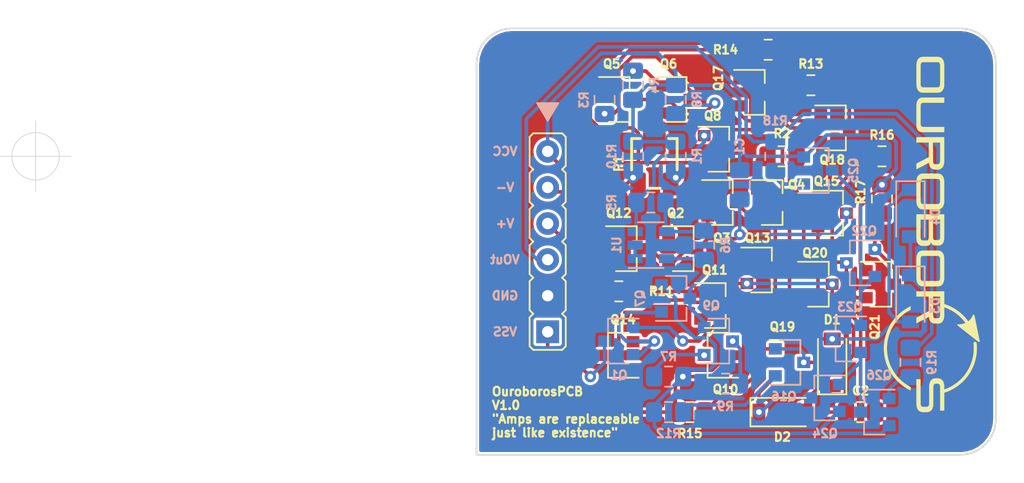
<source format=kicad_pcb>
(kicad_pcb (version 20171130) (host pcbnew 5.1.2)
  (layers (0 F.Cu signal) (31 B.Cu signal) (34 B.Paste user) (35 F.Paste user) (36 B.SilkS user) (37 F.SilkS user) (38 B.Mask user hide) (39 F.Mask user hide) (44 Edge.Cuts user))
  (net 0 "")
  (net 1 VCC)
  (net 2 1+)
  (net 3 1-)
  (net 4 "Net-(C2-Pad2)")
  (net 5 "Net-(D1-Pad2)")
  (net 6 "Net-(D2-Pad1)")
  (net 7 Vout)
  (net 8 GND)
  (net 9 V+)
  (net 10 VSS)
  (net 11 "Net-(P1-Pad1)")
  (net 12 "Net-(P1-Pad3)")
  (net 13 "Net-(P1-Pad2)")
  (net 14 "Net-(Q1-Pad2)")
  (net 15 "Net-(Q1-Pad1)")
  (net 16 "Net-(Q3-Pad1)")
  (net 17 "Net-(Q11-Pad2)")
  (net 18 "Net-(Q5-Pad2)")
  (net 19 "Net-(Q5-Pad3)")
  (net 20 "Net-(Q7-Pad3)")
  (net 21 "Net-(Q8-Pad1)")
  (net 22 "Net-(Q10-Pad2)")
  (net 23 "Net-(Q10-Pad3)")
  (net 24 "Net-(Q11-Pad1)")
  (net 25 "Net-(Q14-Pad1)")
  (net 26 "Net-(Q15-Pad1)")
  (net 27 "Net-(Q15-Pad2)")
  (net 28 "Net-(Q16-Pad1)")
  (net 29 "Net-(Q17-Pad2)")
  (net 30 "Net-(Q17-Pad3)")
  (net 31 "Net-(Q19-Pad1)")
  (net 32 "Net-(Q21-Pad3)")
  (net 33 "Net-(Q21-Pad2)")
  (net 34 "Net-(Q22-Pad2)")
  (net 35 "Net-(Q23-Pad2)")
  (net 36 "Net-(Q25-Pad1)")
  (net 37 "Net-(Q26-Pad1)")
  (net 38 "Net-(R5-Pad1)")
  (net 39 V-)
  (module acheronConnectors:angle6pinHeader (layer F.Cu) (at 94 74 90)
    (fp_text reference J1)
    (fp_text value Conn_01x06_Male)
    (pad 6 thru_hole circle (at 6.35 0 90) (size 1.6 1.6) (drill 0.8) (layers *.Cu *.Mask) (net 1 VCC))
    (pad 5 thru_hole circle (at 3.81 0 90) (size 1.6 1.6) (drill 0.8) (layers *.Cu *.Mask) (net 39 V-))
    (pad 4 thru_hole circle (at 1.27 0 90) (size 1.6 1.6) (drill 0.8) (layers *.Cu *.Mask) (net 9 V+))
    (pad 3 thru_hole circle (at -1.27 0 90) (size 1.6 1.6) (drill 0.8) (layers *.Cu *.Mask) (net 7 Vout))
    (pad 2 thru_hole circle (at -3.81 0 90) (size 1.6 1.6) (drill 0.8) (layers *.Cu *.Mask) (net 8 GND))
    (pad 1 thru_hole rect (at -6.35 0 90) (size 1.6 1.6) (drill 0.8) (layers *.Cu *.Mask) (net 10 VSS))
  )
  (module Capacitor_SMD:C_0805_2012Metric_Pad1.15x1.40mm_HandSolder (layer B.Cu) (at 107.5 70 90)
    (fp_text reference C1 (at 2.7 0 90) (layer B.SilkS) (effects (font (size 0.6 0.6)) (justify mirror)))
    (fp_text value 33p)
    (pad 2 smd roundrect (at 1.025 0 90) (size 1.15 1.4) (layers B.Cu B.Paste B.Mask) (roundrect_rratio 0.217391) (net 1 VCC))
    (pad 1 smd roundrect (at -1.025 0 90) (size 1.15 1.4) (layers B.Cu B.Paste B.Mask) (roundrect_rratio 0.217391) (net 2 1+))
  )
  (module Capacitor_SMD:C_0805_2012Metric_Pad1.15x1.40mm_HandSolder (layer F.Cu) (at 116 86 180)
    (fp_text reference C2 (at 0 1.5 180) (layer F.SilkS) (effects (font (size 0.6 0.6))))
    (fp_text value 33p)
    (pad 1 smd roundrect (at -1.025 0 180) (size 1.15 1.4) (layers F.Cu F.Paste F.Mask) (roundrect_rratio 0.217391) (net 3 1-))
    (pad 2 smd roundrect (at 1.025 0 180) (size 1.15 1.4) (layers F.Cu F.Paste F.Mask) (roundrect_rratio 0.217391) (net 4 "Net-(C2-Pad2)"))
  )
  (module Diode_SMD:D_SOD-123 (layer F.Cu) (at 114 82.5 90)
    (fp_text reference D1 (at 3 0 180) (layer F.SilkS) (effects (font (size 0.6 0.6))))
    (fp_text value 1N4148W)
    (pad 2 smd rect (at 1.65 0 90) (size 0.9 1.2) (layers F.Cu F.Paste F.Mask) (net 5 "Net-(D1-Pad2)"))
    (pad 1 smd rect (at -1.65 0 90) (size 0.9 1.2) (layers F.Cu F.Paste F.Mask) (net 4 "Net-(C2-Pad2)"))
  )
  (module Diode_SMD:D_SOD-123 (layer F.Cu) (at 110.5 86)
    (fp_text reference D2 (at 0 1.75) (layer F.SilkS) (effects (font (size 0.6 0.6))))
    (fp_text value 1N4148W)
    (pad 2 smd rect (at 1.65 0) (size 0.9 1.2) (layers F.Cu F.Paste F.Mask) (net 4 "Net-(C2-Pad2)"))
    (pad 1 smd rect (at -1.65 0) (size 0.9 1.2) (layers F.Cu F.Paste F.Mask) (net 6 "Net-(D2-Pad1)"))
  )
  (module Diode_SMD:D_SOD-123 (layer B.Cu) (at 119.5 78 270)
    (fp_text reference D3 (at 0.5 -1.75 90) (layer B.SilkS) (effects (font (size 0.6 0.6)) (justify mirror)))
    (fp_text value 1N4148W)
    (pad 1 smd rect (at -1.65 0 270) (size 0.9 1.2) (layers B.Cu B.Paste B.Mask) (net 7 Vout))
    (pad 2 smd rect (at 1.65 0 270) (size 0.9 1.2) (layers B.Cu B.Paste B.Mask) (net 5 "Net-(D1-Pad2)"))
  )
  (module Diode_SMD:D_SOD-123 (layer B.Cu) (at 119.5 72 270)
    (fp_text reference D4 (at 0.25 -1.75 90) (layer B.SilkS) (effects (font (size 0.6 0.6)) (justify mirror)))
    (fp_text value 1N4148W)
    (pad 1 smd rect (at -1.65 0 270) (size 0.9 1.2) (layers B.Cu B.Paste B.Mask) (net 5 "Net-(D1-Pad2)"))
    (pad 2 smd rect (at 1.65 0 270) (size 0.9 1.2) (layers B.Cu B.Paste B.Mask) (net 7 Vout))
  )
  (module acheronHardware:3313J (layer F.Cu) (at 101.5 68.5)
    (fp_text reference P1 (at -2.5 0 270) (layer F.SilkS) (effects (font (size 0.6 0.6))))
    (fp_text value 100k)
    (pad 1 smd roundrect (at 1.15 1.45) (size 1.1 1.6) (layers F.Cu F.Paste F.Mask) (roundrect_rratio 0.1) (net 11 "Net-(P1-Pad1)"))
    (pad 3 smd roundrect (at -1.15 1.45) (size 1.1 1.6) (layers F.Cu F.Paste F.Mask) (roundrect_rratio 0.1) (net 12 "Net-(P1-Pad3)"))
    (pad 2 smd roundrect (at 0 -1.45) (size 1.6 1.6) (layers F.Cu F.Paste F.Mask) (roundrect_rratio 0.1) (net 13 "Net-(P1-Pad2)"))
  )
  (module Package_TO_SOT_SMD:SOT-23 (layer B.Cu) (at 99 81 180)
    (fp_text reference Q1 (at 0 -2.4) (layer B.SilkS) (effects (font (size 0.6 0.6)) (justify mirror)))
    (fp_text value 2SA1015)
    (pad 3 smd rect (at 1 0 180) (size 0.9 0.8) (layers B.Cu B.Paste B.Mask) (net 9 V+))
    (pad 2 smd rect (at -1 -0.95 180) (size 0.9 0.8) (layers B.Cu B.Paste B.Mask) (net 14 "Net-(Q1-Pad2)"))
    (pad 1 smd rect (at -1 0.95 180) (size 0.9 0.8) (layers B.Cu B.Paste B.Mask) (net 15 "Net-(Q1-Pad1)"))
  )
  (module Package_TO_SOT_SMD:SOT-23 (layer F.Cu) (at 103.5 74.5)
    (fp_text reference Q2 (at -0.5 -2.5) (layer F.SilkS) (effects (font (size 0.6 0.6))))
    (fp_text value 2SA1015)
    (pad 3 smd rect (at 1 0) (size 0.9 0.8) (layers F.Cu F.Paste F.Mask) (net 2 1+))
    (pad 2 smd rect (at -1 0.95) (size 0.9 0.8) (layers F.Cu F.Paste F.Mask) (net 2 1+))
    (pad 1 smd rect (at -1 -0.95) (size 0.9 0.8) (layers F.Cu F.Paste F.Mask) (net 11 "Net-(P1-Pad1)"))
  )
  (module Package_TO_SOT_SMD:SOT-23 (layer F.Cu) (at 106.25 71.25)
    (fp_text reference Q3 (at 0 2.5 180) (layer F.SilkS) (effects (font (size 0.6 0.6))))
    (fp_text value 2SC1815)
    (pad 1 smd rect (at -1 -0.95) (size 0.9 0.8) (layers F.Cu F.Paste F.Mask) (net 16 "Net-(Q3-Pad1)"))
    (pad 2 smd rect (at -1 0.95) (size 0.9 0.8) (layers F.Cu F.Paste F.Mask) (net 2 1+))
    (pad 3 smd rect (at 1 0) (size 0.9 0.8) (layers F.Cu F.Paste F.Mask) (net 17 "Net-(Q11-Pad2)"))
  )
  (module Package_TO_SOT_SMD:SOT-23 (layer F.Cu) (at 109.75 71.25)
    (fp_text reference Q4 (at 1.75 -1.25) (layer F.SilkS) (effects (font (size 0.6 0.6))))
    (fp_text value 2SC1815)
    (pad 1 smd rect (at -1 -0.95) (size 0.9 0.8) (layers F.Cu F.Paste F.Mask) (net 16 "Net-(Q3-Pad1)"))
    (pad 2 smd rect (at -1 0.95) (size 0.9 0.8) (layers F.Cu F.Paste F.Mask) (net 17 "Net-(Q11-Pad2)"))
    (pad 3 smd rect (at 1 0) (size 0.9 0.8) (layers F.Cu F.Paste F.Mask) (net 17 "Net-(Q11-Pad2)"))
  )
  (module Package_TO_SOT_SMD:SOT-23 (layer F.Cu) (at 99 64)
    (fp_text reference Q5 (at -0.5 -2.5 180) (layer F.SilkS) (effects (font (size 0.6 0.6))))
    (fp_text value 2SA1015)
    (pad 1 smd rect (at -1 -0.95) (size 0.9 0.8) (layers F.Cu F.Paste F.Mask) (net 1 VCC))
    (pad 2 smd rect (at -1 0.95) (size 0.9 0.8) (layers F.Cu F.Paste F.Mask) (net 18 "Net-(Q5-Pad2)"))
    (pad 3 smd rect (at 1 0) (size 0.9 0.8) (layers F.Cu F.Paste F.Mask) (net 19 "Net-(Q5-Pad3)"))
  )
  (module Package_TO_SOT_SMD:SOT-23 (layer F.Cu) (at 103 64)
    (fp_text reference Q6 (at -0.5 -2.5 180) (layer F.SilkS) (effects (font (size 0.6 0.6))))
    (fp_text value 2SA1015)
    (pad 1 smd rect (at -1 -0.95) (size 0.9 0.8) (layers F.Cu F.Paste F.Mask) (net 19 "Net-(Q5-Pad3)"))
    (pad 2 smd rect (at -1 0.95) (size 0.9 0.8) (layers F.Cu F.Paste F.Mask) (net 17 "Net-(Q11-Pad2)"))
    (pad 3 smd rect (at 1 0) (size 0.9 0.8) (layers F.Cu F.Paste F.Mask) (net 18 "Net-(Q5-Pad2)"))
  )
  (module Package_TO_SOT_SMD:SOT-23 (layer B.Cu) (at 103 78)
    (fp_text reference Q7 (at -2.5 0 90) (layer B.SilkS) (effects (font (size 0.6 0.6)) (justify mirror)))
    (fp_text value 2SA1015)
    (pad 1 smd rect (at -1 0.95) (size 0.9 0.8) (layers B.Cu B.Paste B.Mask) (net 14 "Net-(Q1-Pad2)"))
    (pad 2 smd rect (at -1 -0.95) (size 0.9 0.8) (layers B.Cu B.Paste B.Mask) (net 10 VSS))
    (pad 3 smd rect (at 1 0) (size 0.9 0.8) (layers B.Cu B.Paste B.Mask) (net 20 "Net-(Q7-Pad3)"))
  )
  (module Package_TO_SOT_SMD:SOT-23 (layer F.Cu) (at 106 67.5)
    (fp_text reference Q8 (at -0.4 -2.35 180) (layer F.SilkS) (effects (font (size 0.6 0.6))))
    (fp_text value 2SC1815)
    (pad 3 smd rect (at 1 0) (size 0.9 0.8) (layers F.Cu F.Paste F.Mask) (net 17 "Net-(Q11-Pad2)"))
    (pad 2 smd rect (at -1 0.95) (size 0.9 0.8) (layers F.Cu F.Paste F.Mask) (net 1 VCC))
    (pad 1 smd rect (at -1 -0.95) (size 0.9 0.8) (layers F.Cu F.Paste F.Mask) (net 21 "Net-(Q8-Pad1)"))
  )
  (module Package_TO_SOT_SMD:SOT-23 (layer B.Cu) (at 106 81)
    (fp_text reference Q9 (at -0.5 -2.5) (layer B.SilkS) (effects (font (size 0.6 0.6)) (justify mirror)))
    (fp_text value 2SC1815)
    (pad 3 smd rect (at 1 0) (size 0.9 0.8) (layers B.Cu B.Paste B.Mask) (net 22 "Net-(Q10-Pad2)"))
    (pad 2 smd rect (at -1 -0.95) (size 0.9 0.8) (layers B.Cu B.Paste B.Mask) (net 20 "Net-(Q7-Pad3)"))
    (pad 1 smd rect (at -1 0.95) (size 0.9 0.8) (layers B.Cu B.Paste B.Mask) (net 23 "Net-(Q10-Pad3)"))
  )
  (module Package_TO_SOT_SMD:SOT-23 (layer F.Cu) (at 106 82 180)
    (fp_text reference Q10 (at -0.5 -2.4) (layer F.SilkS) (effects (font (size 0.6 0.6))))
    (fp_text value 2SC1815)
    (pad 1 smd rect (at -1 -0.95 180) (size 0.9 0.8) (layers F.Cu F.Paste F.Mask) (net 10 VSS))
    (pad 2 smd rect (at -1 0.95 180) (size 0.9 0.8) (layers F.Cu F.Paste F.Mask) (net 22 "Net-(Q10-Pad2)"))
    (pad 3 smd rect (at 1 0 180) (size 0.9 0.8) (layers F.Cu F.Paste F.Mask) (net 23 "Net-(Q10-Pad3)"))
  )
  (module Package_TO_SOT_SMD:SOT-23 (layer F.Cu) (at 105.75 78.5)
    (fp_text reference Q11 (at 0 -2.5) (layer F.SilkS) (effects (font (size 0.6 0.6))))
    (fp_text value 2SC1815)
    (pad 1 smd rect (at -1 -0.95) (size 0.9 0.8) (layers F.Cu F.Paste F.Mask) (net 24 "Net-(Q11-Pad1)"))
    (pad 2 smd rect (at -1 0.95) (size 0.9 0.8) (layers F.Cu F.Paste F.Mask) (net 17 "Net-(Q11-Pad2)"))
    (pad 3 smd rect (at 1 0) (size 0.9 0.8) (layers F.Cu F.Paste F.Mask) (net 17 "Net-(Q11-Pad2)"))
  )
  (module Package_TO_SOT_SMD:SOT-23 (layer F.Cu) (at 99.5 74.5)
    (fp_text reference Q12 (at -0.5 -2.5) (layer F.SilkS) (effects (font (size 0.6 0.6))))
    (fp_text value 2SA1015)
    (pad 3 smd rect (at 1 0) (size 0.9 0.8) (layers F.Cu F.Paste F.Mask) (net 2 1+))
    (pad 2 smd rect (at -1 0.95) (size 0.9 0.8) (layers F.Cu F.Paste F.Mask) (net 3 1-))
    (pad 1 smd rect (at -1 -0.95) (size 0.9 0.8) (layers F.Cu F.Paste F.Mask) (net 12 "Net-(P1-Pad3)"))
  )
  (module Package_TO_SOT_SMD:SOT-23 (layer F.Cu) (at 109 76)
    (fp_text reference Q13 (at -0.25 -2.25) (layer F.SilkS) (effects (font (size 0.6 0.6))))
    (fp_text value 2SC1815)
    (pad 1 smd rect (at -1 -0.95) (size 0.9 0.8) (layers F.Cu F.Paste F.Mask) (net 24 "Net-(Q11-Pad1)"))
    (pad 2 smd rect (at -1 0.95) (size 0.9 0.8) (layers F.Cu F.Paste F.Mask) (net 3 1-))
    (pad 3 smd rect (at 1 0) (size 0.9 0.8) (layers F.Cu F.Paste F.Mask) (net 17 "Net-(Q11-Pad2)"))
  )
  (module Package_TO_SOT_SMD:SOT-23 (layer F.Cu) (at 99 82 180)
    (fp_text reference Q14 (at -0.3 2.5) (layer F.SilkS) (effects (font (size 0.6 0.6))))
    (fp_text value 2SA1015)
    (pad 3 smd rect (at 1 0 180) (size 0.9 0.8) (layers F.Cu F.Paste F.Mask) (net 39 V-))
    (pad 2 smd rect (at -1 0.95 180) (size 0.9 0.8) (layers F.Cu F.Paste F.Mask) (net 14 "Net-(Q1-Pad2)"))
    (pad 1 smd rect (at -1 -0.95 180) (size 0.9 0.8) (layers F.Cu F.Paste F.Mask) (net 25 "Net-(Q14-Pad1)"))
  )
  (module Package_TO_SOT_SMD:SOT-23 (layer F.Cu) (at 114 72)
    (fp_text reference Q15 (at -0.4 -2.25) (layer F.SilkS) (effects (font (size 0.6 0.6))))
    (fp_text value 2SA1015)
    (pad 1 smd rect (at -1 -0.95) (size 0.9 0.8) (layers F.Cu F.Paste F.Mask) (net 26 "Net-(Q15-Pad1)"))
    (pad 2 smd rect (at -1 0.95) (size 0.9 0.8) (layers F.Cu F.Paste F.Mask) (net 27 "Net-(Q15-Pad2)"))
    (pad 3 smd rect (at 1 0) (size 0.9 0.8) (layers F.Cu F.Paste F.Mask) (net 2 1+))
  )
  (module Package_TO_SOT_SMD:SOT-23 (layer B.Cu) (at 111 82.5)
    (fp_text reference Q16 (at -0.4 2.4) (layer B.SilkS) (effects (font (size 0.6 0.6)) (justify mirror)))
    (fp_text value 2SC1815)
    (pad 3 smd rect (at 1 0) (size 0.9 0.8) (layers B.Cu B.Paste B.Mask) (net 27 "Net-(Q15-Pad2)"))
    (pad 2 smd rect (at -1 -0.95) (size 0.9 0.8) (layers B.Cu B.Paste B.Mask) (net 27 "Net-(Q15-Pad2)"))
    (pad 1 smd rect (at -1 0.95) (size 0.9 0.8) (layers B.Cu B.Paste B.Mask) (net 28 "Net-(Q16-Pad1)"))
  )
  (module Package_TO_SOT_SMD:SOT-23 (layer F.Cu) (at 108.5 63.5)
    (fp_text reference Q17 (at -2.5 -1 90) (layer F.SilkS) (effects (font (size 0.6 0.6))))
    (fp_text value 2SA1015)
    (pad 1 smd rect (at -1 -0.95) (size 0.9 0.8) (layers F.Cu F.Paste F.Mask) (net 1 VCC))
    (pad 2 smd rect (at -1 0.95) (size 0.9 0.8) (layers F.Cu F.Paste F.Mask) (net 29 "Net-(Q17-Pad2)"))
    (pad 3 smd rect (at 1 0) (size 0.9 0.8) (layers F.Cu F.Paste F.Mask) (net 30 "Net-(Q17-Pad3)"))
  )
  (module Package_TO_SOT_SMD:SOT-23 (layer F.Cu) (at 114.2 66)
    (fp_text reference Q18 (at -0.2 2.25) (layer F.SilkS) (effects (font (size 0.6 0.6))))
    (fp_text value 2SA1015)
    (pad 3 smd rect (at 1 0) (size 0.9 0.8) (layers F.Cu F.Paste F.Mask) (net 29 "Net-(Q17-Pad2)"))
    (pad 2 smd rect (at -1 0.95) (size 0.9 0.8) (layers F.Cu F.Paste F.Mask) (net 26 "Net-(Q15-Pad1)"))
    (pad 1 smd rect (at -1 -0.95) (size 0.9 0.8) (layers F.Cu F.Paste F.Mask) (net 30 "Net-(Q17-Pad3)"))
  )
  (module Package_TO_SOT_SMD:SOT-23 (layer F.Cu) (at 111 82.5)
    (fp_text reference Q19 (at -0.5 -2.5) (layer F.SilkS) (effects (font (size 0.6 0.6))))
    (fp_text value 2SC1815)
    (pad 3 smd rect (at 1 0) (size 0.9 0.8) (layers F.Cu F.Paste F.Mask) (net 27 "Net-(Q15-Pad2)"))
    (pad 2 smd rect (at -1 0.95) (size 0.9 0.8) (layers F.Cu F.Paste F.Mask) (net 6 "Net-(D2-Pad1)"))
    (pad 1 smd rect (at -1 -0.95) (size 0.9 0.8) (layers F.Cu F.Paste F.Mask) (net 31 "Net-(Q19-Pad1)"))
  )
  (module Package_TO_SOT_SMD:SOT-23 (layer F.Cu) (at 113 77)
    (fp_text reference Q20 (at -0.2 -2.2) (layer F.SilkS) (effects (font (size 0.6 0.6))))
    (fp_text value 2SA1015)
    (pad 1 smd rect (at -1 -0.95) (size 0.9 0.8) (layers F.Cu F.Paste F.Mask) (net 26 "Net-(Q15-Pad1)"))
    (pad 2 smd rect (at -1 0.95) (size 0.9 0.8) (layers F.Cu F.Paste F.Mask) (net 5 "Net-(D1-Pad2)"))
    (pad 3 smd rect (at 1 0) (size 0.9 0.8) (layers F.Cu F.Paste F.Mask) (net 3 1-))
  )
  (module Package_TO_SOT_SMD:SOT-23 (layer F.Cu) (at 117.4 77)
    (fp_text reference Q21 (at -0.4 3 90) (layer F.SilkS) (effects (font (size 0.6 0.6))))
    (fp_text value 2SA1015)
    (pad 3 smd rect (at 1 0) (size 0.9 0.8) (layers F.Cu F.Paste F.Mask) (net 32 "Net-(Q21-Pad3)"))
    (pad 2 smd rect (at -1 0.95) (size 0.9 0.8) (layers F.Cu F.Paste F.Mask) (net 33 "Net-(Q21-Pad2)"))
    (pad 1 smd rect (at -1 -0.95) (size 0.9 0.8) (layers F.Cu F.Paste F.Mask) (net 1 VCC))
  )
  (module Package_TO_SOT_SMD:SOT-23 (layer B.Cu) (at 116 75.5 180)
    (fp_text reference Q22 (at -0.25 2.25) (layer B.SilkS) (effects (font (size 0.6 0.6)) (justify mirror)))
    (fp_text value 2SA1015)
    (pad 3 smd rect (at 1 0 180) (size 0.9 0.8) (layers B.Cu B.Paste B.Mask) (net 33 "Net-(Q21-Pad2)"))
    (pad 2 smd rect (at -1 -0.95 180) (size 0.9 0.8) (layers B.Cu B.Paste B.Mask) (net 34 "Net-(Q22-Pad2)"))
    (pad 1 smd rect (at -1 0.95 180) (size 0.9 0.8) (layers B.Cu B.Paste B.Mask) (net 32 "Net-(Q21-Pad3)"))
  )
  (module Package_TO_SOT_SMD:SOT-23 (layer B.Cu) (at 115 80.85 180)
    (fp_text reference Q23 (at -0.25 2.25) (layer B.SilkS) (effects (font (size 0.6 0.6)) (justify mirror)))
    (fp_text value 2SA1015)
    (pad 1 smd rect (at -1 0.95 180) (size 0.9 0.8) (layers B.Cu B.Paste B.Mask) (net 34 "Net-(Q22-Pad2)"))
    (pad 2 smd rect (at -1 -0.95 180) (size 0.9 0.8) (layers B.Cu B.Paste B.Mask) (net 35 "Net-(Q23-Pad2)"))
    (pad 3 smd rect (at 1 0 180) (size 0.9 0.8) (layers B.Cu B.Paste B.Mask) (net 5 "Net-(D1-Pad2)"))
  )
  (module Package_TO_SOT_SMD:SOT-23 (layer B.Cu) (at 113.5 85 180)
    (fp_text reference Q24 (at 0 -2.5) (layer B.SilkS) (effects (font (size 0.6 0.6)) (justify mirror)))
    (fp_text value 2SA1015)
    (pad 3 smd rect (at 1 0 180) (size 0.9 0.8) (layers B.Cu B.Paste B.Mask) (net 6 "Net-(D2-Pad1)"))
    (pad 2 smd rect (at -1 -0.95 180) (size 0.9 0.8) (layers B.Cu B.Paste B.Mask) (net 10 VSS))
    (pad 1 smd rect (at -1 0.95 180) (size 0.9 0.8) (layers B.Cu B.Paste B.Mask) (net 35 "Net-(Q23-Pad2)"))
  )
  (module Package_TO_SOT_SMD:SOT-23 (layer B.Cu) (at 113 69)
    (fp_text reference Q25 (at 2.5 0 270) (layer B.SilkS) (effects (font (size 0.6 0.6)) (justify mirror)))
    (fp_text value 2SC1815)
    (pad 1 smd rect (at -1 0.95) (size 0.9 0.8) (layers B.Cu B.Paste B.Mask) (net 36 "Net-(Q25-Pad1)"))
    (pad 2 smd rect (at -1 -0.95) (size 0.9 0.8) (layers B.Cu B.Paste B.Mask) (net 1 VCC))
    (pad 3 smd rect (at 1 0) (size 0.9 0.8) (layers B.Cu B.Paste B.Mask) (net 34 "Net-(Q22-Pad2)"))
  )
  (module Package_TO_SOT_SMD:SOT-23 (layer B.Cu) (at 117 86 180)
    (fp_text reference Q26 (at -0.3 2.6 180) (layer B.SilkS) (effects (font (size 0.6 0.6)) (justify mirror)))
    (fp_text value 2SA1015)
    (pad 3 smd rect (at 1 0 180) (size 0.9 0.8) (layers B.Cu B.Paste B.Mask) (net 35 "Net-(Q23-Pad2)"))
    (pad 2 smd rect (at -1 -0.95 180) (size 0.9 0.8) (layers B.Cu B.Paste B.Mask) (net 10 VSS))
    (pad 1 smd rect (at -1 0.95 180) (size 0.9 0.8) (layers B.Cu B.Paste B.Mask) (net 37 "Net-(Q26-Pad1)"))
  )
  (module Resistor_SMD:R_0805_2012Metric_Pad1.15x1.40mm_HandSolder (layer B.Cu) (at 103 68 90)
    (fp_text reference R1 (at 0 1.5 270) (layer B.SilkS) (effects (font (size 0.6 0.6)) (justify mirror)))
    (fp_text value 10k)
    (pad 1 smd roundrect (at -1.025 0 90) (size 1.15 1.4) (layers B.Cu B.Paste B.Mask) (roundrect_rratio 0.217391) (net 11 "Net-(P1-Pad1)"))
    (pad 2 smd roundrect (at 1.025 0 90) (size 1.15 1.4) (layers B.Cu B.Paste B.Mask) (roundrect_rratio 0.217391) (net 1 VCC))
  )
  (module Resistor_SMD:R_0805_2012Metric_Pad1.15x1.40mm_HandSolder (layer F.Cu) (at 110.475 68 180)
    (fp_text reference R2 (at 0 1.6) (layer F.SilkS) (effects (font (size 0.6 0.6))))
    (fp_text value 10R)
    (pad 1 smd roundrect (at -1.025 0 180) (size 1.15 1.4) (layers F.Cu F.Paste F.Mask) (roundrect_rratio 0.217391) (net 15 "Net-(Q1-Pad1)"))
    (pad 2 smd roundrect (at 1.025 0 180) (size 1.15 1.4) (layers F.Cu F.Paste F.Mask) (roundrect_rratio 0.217391) (net 16 "Net-(Q3-Pad1)"))
  )
  (module Resistor_SMD:R_0805_2012Metric_Pad1.15x1.40mm_HandSolder (layer B.Cu) (at 98 64 270)
    (fp_text reference R3 (at 0.025 1.45 270) (layer B.SilkS) (effects (font (size 0.6 0.6)) (justify mirror)))
    (fp_text value 2.2k)
    (pad 1 smd roundrect (at -1.025 0 270) (size 1.15 1.4) (layers B.Cu B.Paste B.Mask) (roundrect_rratio 0.217391) (net 8 GND))
    (pad 2 smd roundrect (at 1.025 0 270) (size 1.15 1.4) (layers B.Cu B.Paste B.Mask) (roundrect_rratio 0.217391) (net 18 "Net-(Q5-Pad2)"))
  )
  (module Resistor_SMD:R_0805_2012Metric_Pad1.15x1.40mm_HandSolder (layer B.Cu) (at 100 63 90)
    (fp_text reference R4 (at 0 1.5 90) (layer B.SilkS) (effects (font (size 0.6 0.6)) (justify mirror)))
    (fp_text value 100)
    (pad 1 smd roundrect (at -1.025 0 90) (size 1.15 1.4) (layers B.Cu B.Paste B.Mask) (roundrect_rratio 0.217391) (net 1 VCC))
    (pad 2 smd roundrect (at 1.025 0 90) (size 1.15 1.4) (layers B.Cu B.Paste B.Mask) (roundrect_rratio 0.217391) (net 19 "Net-(Q5-Pad3)"))
  )
  (module Resistor_SMD:R_0805_2012Metric_Pad1.15x1.40mm_HandSolder (layer B.Cu) (at 101.25 71.25 180)
    (fp_text reference R5 (at 2.75 0 90) (layer B.SilkS) (effects (font (size 0.6 0.6)) (justify mirror)))
    (fp_text value 5.6k)
    (pad 2 smd roundrect (at 1.025 0 180) (size 1.15 1.4) (layers B.Cu B.Paste B.Mask) (roundrect_rratio 0.217391) (net 21 "Net-(Q8-Pad1)"))
    (pad 1 smd roundrect (at -1.025 0 180) (size 1.15 1.4) (layers B.Cu B.Paste B.Mask) (roundrect_rratio 0.217391) (net 38 "Net-(R5-Pad1)"))
  )
  (module Resistor_SMD:R_0805_2012Metric_Pad1.15x1.40mm_HandSolder (layer B.Cu) (at 105 74.25 90)
    (fp_text reference R6 (at 0 1.5 90) (layer B.SilkS) (effects (font (size 0.6 0.6)) (justify mirror)))
    (fp_text value 10k)
    (pad 2 smd roundrect (at 1.025 0 90) (size 1.15 1.4) (layers B.Cu B.Paste B.Mask) (roundrect_rratio 0.217391) (net 38 "Net-(R5-Pad1)"))
    (pad 1 smd roundrect (at -1.025 0 90) (size 1.15 1.4) (layers B.Cu B.Paste B.Mask) (roundrect_rratio 0.217391) (net 20 "Net-(Q7-Pad3)"))
  )
  (module Resistor_SMD:R_0805_2012Metric_Pad1.15x1.40mm_HandSolder (layer B.Cu) (at 102.5 83.5 180)
    (fp_text reference R7 (at 0 1.4) (layer B.SilkS) (effects (font (size 0.6 0.6)) (justify mirror)))
    (fp_text value 33R)
    (pad 1 smd roundrect (at -1.025 0 180) (size 1.15 1.4) (layers B.Cu B.Paste B.Mask) (roundrect_rratio 0.217391) (net 10 VSS))
    (pad 2 smd roundrect (at 1.025 0 180) (size 1.15 1.4) (layers B.Cu B.Paste B.Mask) (roundrect_rratio 0.217391) (net 23 "Net-(Q10-Pad3)"))
  )
  (module Resistor_SMD:R_0805_2012Metric_Pad1.15x1.40mm_HandSolder (layer B.Cu) (at 103 64 90)
    (fp_text reference R8 (at 0 1.5 90) (layer B.SilkS) (effects (font (size 0.6 0.6)) (justify mirror)))
    (fp_text value 10k)
    (pad 1 smd roundrect (at -1.025 0 90) (size 1.15 1.4) (layers B.Cu B.Paste B.Mask) (roundrect_rratio 0.217391) (net 13 "Net-(P1-Pad2)"))
    (pad 2 smd roundrect (at 1.025 0 90) (size 1.15 1.4) (layers B.Cu B.Paste B.Mask) (roundrect_rratio 0.217391) (net 1 VCC))
  )
  (module Resistor_SMD:R_0805_2012Metric_Pad1.15x1.40mm_HandSolder (layer B.Cu) (at 106.5 84 180)
    (fp_text reference R9 (at 0 -1.6) (layer B.SilkS) (effects (font (size 0.6 0.6)) (justify mirror)))
    (fp_text value 1k)
    (pad 2 smd roundrect (at 1.025 0 180) (size 1.15 1.4) (layers B.Cu B.Paste B.Mask) (roundrect_rratio 0.217391) (net 8 GND))
    (pad 1 smd roundrect (at -1.025 0 180) (size 1.15 1.4) (layers B.Cu B.Paste B.Mask) (roundrect_rratio 0.217391) (net 22 "Net-(Q10-Pad2)"))
  )
  (module Resistor_SMD:R_0805_2012Metric_Pad1.15x1.40mm_HandSolder (layer B.Cu) (at 100 68 90)
    (fp_text reference R10 (at 0 -1.5 90) (layer B.SilkS) (effects (font (size 0.6 0.6)) (justify mirror)))
    (fp_text value 10k)
    (pad 2 smd roundrect (at 1.025 0 90) (size 1.15 1.4) (layers B.Cu B.Paste B.Mask) (roundrect_rratio 0.217391) (net 1 VCC))
    (pad 1 smd roundrect (at -1.025 0 90) (size 1.15 1.4) (layers B.Cu B.Paste B.Mask) (roundrect_rratio 0.217391) (net 12 "Net-(P1-Pad3)"))
  )
  (module Resistor_SMD:R_0805_2012Metric_Pad1.15x1.40mm_HandSolder (layer F.Cu) (at 99 77.5)
    (fp_text reference R11 (at 3 0) (layer F.SilkS) (effects (font (size 0.6 0.6))))
    (fp_text value 10R)
    (pad 2 smd roundrect (at 1.025 0) (size 1.15 1.4) (layers F.Cu F.Paste F.Mask) (roundrect_rratio 0.217391) (net 24 "Net-(Q11-Pad1)"))
    (pad 1 smd roundrect (at -1.025 0) (size 1.15 1.4) (layers F.Cu F.Paste F.Mask) (roundrect_rratio 0.217391) (net 25 "Net-(Q14-Pad1)"))
  )
  (module Resistor_SMD:R_0805_2012Metric_Pad1.15x1.40mm_HandSolder (layer B.Cu) (at 102.5 86)
    (fp_text reference R12 (at 0 1.5 180) (layer B.SilkS) (effects (font (size 0.6 0.6)) (justify mirror)))
    (fp_text value 1R)
    (pad 1 smd roundrect (at -1.025 0) (size 1.15 1.4) (layers B.Cu B.Paste B.Mask) (roundrect_rratio 0.217391) (net 10 VSS))
    (pad 2 smd roundrect (at 1.025 0) (size 1.15 1.4) (layers B.Cu B.Paste B.Mask) (roundrect_rratio 0.217391) (net 28 "Net-(Q16-Pad1)"))
  )
  (module Resistor_SMD:R_0805_2012Metric_Pad1.15x1.40mm_HandSolder (layer F.Cu) (at 112.5 63)
    (fp_text reference R13 (at 0 -1.5 180) (layer F.SilkS) (effects (font (size 0.6 0.6))))
    (fp_text value 2k)
    (pad 1 smd roundrect (at -1.025 0) (size 1.15 1.4) (layers F.Cu F.Paste F.Mask) (roundrect_rratio 0.217391) (net 8 GND))
    (pad 2 smd roundrect (at 1.025 0) (size 1.15 1.4) (layers F.Cu F.Paste F.Mask) (roundrect_rratio 0.217391) (net 29 "Net-(Q17-Pad2)"))
  )
  (module Resistor_SMD:R_0805_2012Metric_Pad1.15x1.40mm_HandSolder (layer F.Cu) (at 109.5 60.5)
    (fp_text reference R14 (at -3 0) (layer F.SilkS) (effects (font (size 0.6 0.6))))
    (fp_text value 33R)
    (pad 2 smd roundrect (at 1.025 0) (size 1.15 1.4) (layers F.Cu F.Paste F.Mask) (roundrect_rratio 0.217391) (net 30 "Net-(Q17-Pad3)"))
    (pad 1 smd roundrect (at -1.025 0) (size 1.15 1.4) (layers F.Cu F.Paste F.Mask) (roundrect_rratio 0.217391) (net 1 VCC))
  )
  (module Resistor_SMD:R_0805_2012Metric_Pad1.15x1.40mm_HandSolder (layer F.Cu) (at 104 86)
    (fp_text reference R15 (at 0 1.5) (layer F.SilkS) (effects (font (size 0.6 0.6))))
    (fp_text value 1R)
    (pad 2 smd roundrect (at 1.025 0) (size 1.15 1.4) (layers F.Cu F.Paste F.Mask) (roundrect_rratio 0.217391) (net 31 "Net-(Q19-Pad1)"))
    (pad 1 smd roundrect (at -1.025 0) (size 1.15 1.4) (layers F.Cu F.Paste F.Mask) (roundrect_rratio 0.217391) (net 10 VSS))
  )
  (module Resistor_SMD:R_0805_2012Metric_Pad1.15x1.40mm_HandSolder (layer F.Cu) (at 117.5 68 180)
    (fp_text reference R16 (at 0 1.5) (layer F.SilkS) (effects (font (size 0.6 0.6))))
    (fp_text value 2k)
    (pad 1 smd roundrect (at -1.025 0 180) (size 1.15 1.4) (layers F.Cu F.Paste F.Mask) (roundrect_rratio 0.217391) (net 8 GND))
    (pad 2 smd roundrect (at 1.025 0 180) (size 1.15 1.4) (layers F.Cu F.Paste F.Mask) (roundrect_rratio 0.217391) (net 33 "Net-(Q21-Pad2)"))
  )
  (module Resistor_SMD:R_0805_2012Metric_Pad1.15x1.40mm_HandSolder (layer F.Cu) (at 117.5 71 270)
    (fp_text reference R17 (at -0.5 1.5 90) (layer F.SilkS) (effects (font (size 0.6 0.6))))
    (fp_text value 1k)
    (pad 2 smd roundrect (at 1.025 0 270) (size 1.15 1.4) (layers F.Cu F.Paste F.Mask) (roundrect_rratio 0.217391) (net 32 "Net-(Q21-Pad3)"))
    (pad 1 smd roundrect (at -1.025 0 270) (size 1.15 1.4) (layers F.Cu F.Paste F.Mask) (roundrect_rratio 0.217391) (net 1 VCC))
  )
  (module Resistor_SMD:R_0805_2012Metric_Pad1.15x1.40mm_HandSolder (layer B.Cu) (at 110 68 270)
    (fp_text reference R18 (at -2.5 0 180) (layer B.SilkS) (effects (font (size 0.6 0.6)) (justify mirror)))
    (fp_text value 1R)
    (pad 1 smd roundrect (at -1.025 0 270) (size 1.15 1.4) (layers B.Cu B.Paste B.Mask) (roundrect_rratio 0.217391) (net 7 Vout))
    (pad 2 smd roundrect (at 1.025 0 270) (size 1.15 1.4) (layers B.Cu B.Paste B.Mask) (roundrect_rratio 0.217391) (net 36 "Net-(Q25-Pad1)"))
  )
  (module Resistor_SMD:R_0805_2012Metric_Pad1.15x1.40mm_HandSolder (layer B.Cu) (at 119.5 82.5 90)
    (fp_text reference R19 (at 0 1.5 270) (layer B.SilkS) (effects (font (size 0.6 0.6)) (justify mirror)))
    (fp_text value 1R)
    (pad 2 smd roundrect (at 1.025 0 90) (size 1.15 1.4) (layers B.Cu B.Paste B.Mask) (roundrect_rratio 0.217391) (net 7 Vout))
    (pad 1 smd roundrect (at -1.025 0 90) (size 1.15 1.4) (layers B.Cu B.Paste B.Mask) (roundrect_rratio 0.217391) (net 37 "Net-(Q26-Pad1)"))
  )
  (module Package_TO_SOT_SMD:SOT-23-5 (layer B.Cu) (at 101.25 74.25)
    (fp_text reference U1 (at -2.4 0 -270) (layer B.SilkS) (effects (font (size 0.6 0.6)) (justify mirror)))
    (fp_text value TL431DBV)
    (pad 1 smd rect (at -1.1 0.95) (size 1.06 0.65) (layers B.Cu B.Paste B.Mask))
    (pad 2 smd rect (at -1.1 0) (size 1.06 0.65) (layers B.Cu B.Paste B.Mask))
    (pad 3 smd rect (at -1.1 -0.95) (size 1.06 0.65) (layers B.Cu B.Paste B.Mask) (net 21 "Net-(Q8-Pad1)"))
    (pad 4 smd rect (at 1.1 -0.95) (size 1.06 0.65) (layers B.Cu B.Paste B.Mask) (net 38 "Net-(R5-Pad1)"))
    (pad 5 smd rect (at 1.1 0.95) (size 1.06 0.65) (layers B.Cu B.Paste B.Mask) (net 20 "Net-(Q7-Pad3)"))
  )
  (module ouroborosLogo:ouroboros (layer F.Cu) (at 121 73.5 270)
    (fp_text reference L1 hide)
    (fp_text value MountingHole hide)
  )
  (gr_text "OuroborosPCB\nV1.0\n\"Amps are replaceable\njust like existence\"" (at 90 86) (layer F.SilkS) (effects (font (size 0.6 0.6)) (justify left)))
  (gr_text VSS (at 91 80.35) (layer B.SilkS) (effects (font (size 0.6 0.6)) (justify mirror)))
  (gr_text GND (at 91 77.81) (layer B.SilkS) (effects (font (size 0.6 0.6)) (justify mirror)))
  (gr_text VOut (at 91 75.27) (layer B.SilkS) (effects (font (size 0.6 0.6)) (justify mirror)))
  (gr_text V+ (at 91 72.73) (layer B.SilkS) (effects (font (size 0.6 0.6)) (justify mirror)))
  (gr_text V- (at 91 70.19) (layer B.SilkS) (effects (font (size 0.6 0.6)) (justify mirror)))
  (gr_text VCC (at 91 67.65) (layer B.SilkS) (effects (font (size 0.6 0.6)) (justify mirror)))
  (gr_arc (start 123 61.5) (end 125.5 61.5) (angle -90) (layer Edge.Cuts) (width 0.12))
  (gr_arc (start 123 86.5) (end 123 89) (angle -90) (layer Edge.Cuts) (width 0.12))
  (gr_arc (start 91.5 61.5) (end 91.5 59) (angle -90) (layer Edge.Cuts) (width 0.12))
  (target plus (at 58 68) (size 5) (width 0.05) (layer Edge.Cuts))
  (gr_poly (pts (xy 93.25 64.25) (xy 94.75 64.25) (xy 94 65.5)) (layer B.SilkS) (width 0.1))
  (gr_poly (pts (xy 94.75 64.25) (xy 93.25 64.25) (xy 94 65.5)) (layer F.SilkS) (width 0.1))
  (gr_line (start 89 89) (end 89 61.5) (layer Edge.Cuts) (width 0.12))
  (gr_line (start 123 89) (end 89 89) (layer Edge.Cuts) (width 0.12))
  (gr_line (start 125.5 61.5) (end 125.5 86.5) (layer Edge.Cuts) (width 0.12))
  (gr_line (start 91.5 59) (end 123 59) (layer Edge.Cuts) (width 0.12))
  (segment (start 100.15 75.2) (end 100.15 74.25) (width 0.25) (layer B.Cu) (net 0))
  (segment (start 103 62.975) (end 101.025 62.975) (width 0.25) (layer B.Cu) (net 1))
  (segment (start 101.025 62.975) (end 100 64) (width 0.25) (layer B.Cu) (net 1))
  (segment (start 100 64.025) (end 100 67) (width 0.25) (layer B.Cu) (net 1))
  (segment (start 100 66.975) (end 102.975 66.975) (width 0.25) (layer B.Cu) (net 1))
  (segment (start 102.975 66.975) (end 103 67) (width 0.25) (layer B.Cu) (net 1))
  (segment (start 103 62.975) (end 103 62) (width 0.25) (layer B.Cu) (net 1))
  (segment (start 94.7 68.45) (end 94 67.75) (width 0.25) (layer F.Cu) (net 1))
  (segment (start 94 67.75) (end 93.75 67.75) (width 0.25) (layer F.Cu) (net 1))
  (segment (start 98 63.05) (end 98.05 63.05) (width 0.25) (layer F.Cu) (net 1))
  (segment (start 98.05 68.45) (end 94.7 68.45) (width 0.25) (layer F.Cu) (net 1))
  (segment (start 97.95 63.05) (end 97 64) (width 0.25) (layer F.Cu) (net 1))
  (segment (start 98 63.05) (end 97.95 63.05) (width 0.25) (layer F.Cu) (net 1))
  (segment (start 97 65.385002) (end 97.614998 66) (width 0.25) (layer F.Cu) (net 1))
  (segment (start 97 64) (end 97 65.385002) (width 0.25) (layer F.Cu) (net 1))
  (segment (start 100 66) (end 100.37499 66.37499) (width 0.25) (layer F.Cu) (net 1))
  (segment (start 97.614998 66) (end 100 66) (width 0.25) (layer F.Cu) (net 1))
  (segment (start 100.37499 68.37499) (end 100.45 68.45) (width 0.25) (layer F.Cu) (net 1))
  (segment (start 100.37499 66.37499) (end 100.37499 68.37499) (width 0.25) (layer F.Cu) (net 1))
  (segment (start 105 68.45) (end 100.45 68.45) (width 0.25) (layer F.Cu) (net 1))
  (segment (start 100.45 68.45) (end 98.05 68.45) (width 0.25) (layer F.Cu) (net 1))
  (segment (start 107.5 68.975) (end 107.5 67.976998) (width 0.25) (layer B.Cu) (net 1))
  (segment (start 107.5 64) (end 106.5 63) (width 0.25) (layer B.Cu) (net 1))
  (segment (start 106.5 63) (end 103 63) (width 0.25) (layer B.Cu) (net 1))
  (segment (start 107.5 61.9) (end 106.1 60.5) (width 0.25) (layer F.Cu) (net 1))
  (segment (start 107.5 62.55) (end 107.5 61.9) (width 0.25) (layer F.Cu) (net 1))
  (segment (start 99.790588 60.5) (end 98 62.290588) (width 0.25) (layer F.Cu) (net 1))
  (segment (start 106.1 60.5) (end 99.790588 60.5) (width 0.25) (layer F.Cu) (net 1))
  (segment (start 98 62.290588) (end 98 63) (width 0.25) (layer F.Cu) (net 1))
  (segment (start 106.1 60.5) (end 108.5 60.5) (width 0.25) (layer F.Cu) (net 1))
  (segment (start 117 70.5) (end 117 70.5) (width 0.25) (layer F.Cu) (net 1))
  (segment (start 115.97499 73.27501) (end 115.97499 71.52501) (width 0.25) (layer F.Cu) (net 1))
  (segment (start 115.97499 71.52501) (end 117 70.5) (width 0.25) (layer F.Cu) (net 1))
  (segment (start 117 70.5) (end 117 70.5) (width 0.25) (layer F.Cu) (net 1))
  (via (at 117.5 70) (size 0.8) (drill 0.4) (layers F.Cu B.Cu) (net 1))
  (segment (start 117 70.4) (end 118.5 68.9) (width 0.25) (layer B.Cu) (net 1))
  (segment (start 118.5 68.9) (end 118.5 67) (width 0.25) (layer B.Cu) (net 1))
  (segment (start 118.5 67) (end 118 66.5) (width 0.25) (layer B.Cu) (net 1))
  (segment (start 107.5 67.5) (end 108 68) (width 0.25) (layer B.Cu) (net 1))
  (segment (start 107.5 67.5) (end 107.5 64) (width 0.25) (layer B.Cu) (net 1))
  (segment (start 107.5 67.976998) (end 107.5 67.5) (width 0.25) (layer B.Cu) (net 1))
  (segment (start 108 68) (end 112 68) (width 0.25) (layer B.Cu) (net 1))
  (segment (start 113.6 66.5) (end 114 66.5) (width 0.25) (layer B.Cu) (net 1))
  (segment (start 112.05 68.05) (end 113.6 66.5) (width 0.25) (layer B.Cu) (net 1))
  (segment (start 112 68.05) (end 112.05 68.05) (width 0.25) (layer B.Cu) (net 1))
  (segment (start 118 66.5) (end 114 66.5) (width 0.25) (layer B.Cu) (net 1))
  (segment (start 97.75 60.75) (end 94 64.5) (width 0.25) (layer B.Cu) (net 1))
  (segment (start 94 64.5) (end 94 68) (width 0.25) (layer B.Cu) (net 1))
  (segment (start 101.75 60.75) (end 97.75 60.75) (width 0.25) (layer B.Cu) (net 1))
  (segment (start 103 62) (end 101.75 60.75) (width 0.25) (layer B.Cu) (net 1))
  (segment (start 115.97499 73.27501) (end 115.97499 75.5) (width 0.25) (layer F.Cu) (net 1))
  (segment (start 115.97499 75.5) (end 116 75.5) (width 0.25) (layer F.Cu) (net 1))
  (segment (start 116 75.5) (end 116.5 76) (width 0.25) (layer F.Cu) (net 1))
  (via (at 115 72) (size 0.8) (drill 0.4) (layers F.Cu B.Cu) (net 2))
  (segment (start 101.2 74.5) (end 102.2 75.5) (width 0.25) (layer F.Cu) (net 2))
  (segment (start 100.5 74.5) (end 101.2 74.5) (width 0.25) (layer F.Cu) (net 2))
  (segment (start 102.2 75.5) (end 102.5 75.5) (width 0.25) (layer F.Cu) (net 2))
  (segment (start 103.8 74.5) (end 102.8 75.5) (width 0.25) (layer F.Cu) (net 2))
  (segment (start 104.5 74.5) (end 103.8 74.5) (width 0.25) (layer F.Cu) (net 2))
  (segment (start 102.8 75.5) (end 102.5 75.5) (width 0.25) (layer F.Cu) (net 2))
  (segment (start 105.25 73.8) (end 104.55 74.5) (width 0.25) (layer F.Cu) (net 2))
  (segment (start 105.25 72.2) (end 105.25 73.8) (width 0.25) (layer F.Cu) (net 2))
  (segment (start 105.25 73.8) (end 107.2 73.8) (width 0.25) (layer F.Cu) (net 2))
  (segment (start 107.2 73.8) (end 107.5 73.5) (width 0.25) (layer F.Cu) (net 2))
  (segment (start 107.5 73.5) (end 107.5 73.5) (width 0.25) (layer F.Cu) (net 2))
  (via (at 107.5 73.5) (size 0.8) (drill 0.4) (layers F.Cu B.Cu) (net 2))
  (segment (start 114.15 73.5) (end 115 72.65) (width 0.25) (layer B.Cu) (net 2))
  (segment (start 115 72.65) (end 115 72) (width 0.25) (layer B.Cu) (net 2))
  (segment (start 107.5 73.5) (end 114.15 73.5) (width 0.25) (layer B.Cu) (net 2))
  (segment (start 107.5 73.5) (end 107.5 71) (width 0.25) (layer B.Cu) (net 2))
  (via (at 114 77) (size 0.8) (drill 0.4) (layers F.Cu B.Cu) (net 3))
  (segment (start 106.785002 76.95) (end 108 76.95) (width 0.25) (layer F.Cu) (net 3))
  (segment (start 105.460001 78.275001) (end 106.785002 76.95) (width 0.25) (layer F.Cu) (net 3))
  (segment (start 104.048621 78.275001) (end 105.460001 78.275001) (width 0.25) (layer F.Cu) (net 3))
  (segment (start 103.88681 78.11319) (end 104.048621 78.275001) (width 0.25) (layer F.Cu) (net 3))
  (segment (start 101 78.11319) (end 103.88681 78.11319) (width 0.25) (layer F.Cu) (net 3))
  (segment (start 98.5 75.45) (end 98.5 75.5) (width 0.25) (layer F.Cu) (net 3))
  (segment (start 98.5 75.5) (end 99 76) (width 0.25) (layer F.Cu) (net 3))
  (segment (start 99 76) (end 99 78.06319) (width 0.25) (layer F.Cu) (net 3))
  (segment (start 99 78.06319) (end 99.46182 78.52501) (width 0.25) (layer F.Cu) (net 3))
  (segment (start 99.46182 78.52501) (end 100.58818 78.52501) (width 0.25) (layer F.Cu) (net 3))
  (segment (start 100.58818 78.52501) (end 101 78.11319) (width 0.25) (layer F.Cu) (net 3))
  (segment (start 108 76.95) (end 108 76.95) (width 0.25) (layer F.Cu) (net 3))
  (via (at 108 76.95) (size 0.8) (drill 0.4) (layers F.Cu B.Cu) (net 3))
  (segment (start 113.95 76.95) (end 114 77) (width 0.25) (layer B.Cu) (net 3))
  (segment (start 108 76.95) (end 113.95 76.95) (width 0.25) (layer B.Cu) (net 3))
  (segment (start 114 77) (end 114 78.5) (width 0.25) (layer F.Cu) (net 3))
  (segment (start 115.186401 79.049991) (end 116 79.86359) (width 0.25) (layer F.Cu) (net 3))
  (segment (start 116 79.86359) (end 116 84.5) (width 0.25) (layer F.Cu) (net 3))
  (segment (start 116 84.5) (end 117 85.5) (width 0.25) (layer F.Cu) (net 3))
  (segment (start 114.549991 79.049991) (end 114 78.5) (width 0.25) (layer F.Cu) (net 3))
  (segment (start 115.186401 79.049991) (end 114.549991 79.049991) (width 0.25) (layer F.Cu) (net 3))
  (segment (start 112.15 86) (end 112.15 85.15) (width 0.25) (layer F.Cu) (net 4))
  (segment (start 113.15 84.15) (end 112.65 84.65) (width 0.25) (layer F.Cu) (net 4))
  (segment (start 114 84.15) (end 113.15 84.15) (width 0.25) (layer F.Cu) (net 4))
  (segment (start 112.15 85.15) (end 112.65 84.65) (width 0.25) (layer F.Cu) (net 4))
  (segment (start 112.15 86) (end 115 86) (width 0.25) (layer F.Cu) (net 4))
  (segment (start 112 77.95) (end 112 80) (width 0.25) (layer F.Cu) (net 5))
  (segment (start 114 80.85) (end 114 80.85) (width 0.25) (layer F.Cu) (net 5))
  (segment (start 112.85 80.85) (end 112 80) (width 0.25) (layer F.Cu) (net 5))
  (segment (start 114 80.85) (end 112.85 80.85) (width 0.25) (layer F.Cu) (net 5))
  (via (at 114 80.85) (size 0.8) (drill 0.4) (layers F.Cu B.Cu) (net 5))
  (segment (start 119.5 79.65) (end 118.65 79.65) (width 0.25) (layer B.Cu) (net 5))
  (segment (start 118 79) (end 118 71.5) (width 0.25) (layer B.Cu) (net 5))
  (segment (start 118 71.5) (end 119 70.5) (width 0.25) (layer B.Cu) (net 5))
  (segment (start 119 70.5) (end 119.5 70.5) (width 0.25) (layer B.Cu) (net 5))
  (segment (start 117.15 80.85) (end 118.5 79.5) (width 0.25) (layer B.Cu) (net 5))
  (segment (start 114 80.85) (end 117.15 80.85) (width 0.25) (layer B.Cu) (net 5))
  (segment (start 118.65 79.65) (end 118.5 79.5) (width 0.25) (layer B.Cu) (net 5))
  (segment (start 118.5 79.5) (end 118 79) (width 0.25) (layer B.Cu) (net 5))
  (segment (start 110 83.45) (end 110 83.5) (width 0.25) (layer F.Cu) (net 6))
  (segment (start 108.85 86) (end 108.85 86) (width 0.25) (layer F.Cu) (net 6))
  (segment (start 108.85 84.65) (end 110 83.5) (width 0.25) (layer F.Cu) (net 6))
  (segment (start 112.5 85) (end 110 85) (width 0.25) (layer B.Cu) (net 6))
  (segment (start 110 85) (end 109 86) (width 0.25) (layer B.Cu) (net 6))
  (segment (start 108.85 86) (end 108.85 84.65) (width 0.25) (layer F.Cu) (net 6))
  (via (at 108.85 86) (size 0.8) (drill 0.4) (layers F.Cu B.Cu) (net 6))
  (segment (start 119.5 76.35) (end 119.5 73.5) (width 0.25) (layer B.Cu) (net 7))
  (segment (start 119.5 81.475) (end 119.975 81.475) (width 0.25) (layer B.Cu) (net 7))
  (segment (start 119.975 81.475) (end 121 80.45) (width 0.25) (layer B.Cu) (net 7))
  (segment (start 121 78) (end 119.5 76.5) (width 0.25) (layer B.Cu) (net 7))
  (segment (start 121 67.5) (end 121 78.5) (width 0.25) (layer B.Cu) (net 7))
  (segment (start 118.5 65) (end 121 67.5) (width 0.25) (layer B.Cu) (net 7))
  (segment (start 111.975 65) (end 118.5 65) (width 0.25) (layer B.Cu) (net 7))
  (segment (start 110 66.975) (end 111.975 65) (width 0.25) (layer B.Cu) (net 7))
  (segment (start 121 80.45) (end 121 78.5) (width 0.25) (layer B.Cu) (net 7))
  (segment (start 121 78.5) (end 121 78) (width 0.25) (layer B.Cu) (net 7))
  (segment (start 110 66.975) (end 108.475 66.975) (width 0.25) (layer B.Cu) (net 7))
  (segment (start 107.95001 66.45001) (end 107.950009 63.813599) (width 0.25) (layer B.Cu) (net 7))
  (segment (start 108.475 66.975) (end 107.95001 66.45001) (width 0.25) (layer B.Cu) (net 7))
  (segment (start 97.563599 60.299991) (end 92.5 65.36359) (width 0.25) (layer B.Cu) (net 7))
  (segment (start 107.950009 63.813599) (end 104.436399 60.29999) (width 0.25) (layer B.Cu) (net 7))
  (segment (start 104.436399 60.29999) (end 97.563599 60.299991) (width 0.25) (layer B.Cu) (net 7))
  (segment (start 92.5 65.36359) (end 92.5 71.5) (width 0.25) (layer B.Cu) (net 7))
  (segment (start 92.5 71.5) (end 92.5 74.5) (width 0.25) (layer B.Cu) (net 7))
  (segment (start 92.5 74.5) (end 93.5 75.5) (width 0.25) (layer B.Cu) (net 7))
  (segment (start 96 74.73) (end 96 82.5) (width 0.25) (layer F.Cu) (net 9))
  (segment (start 94 72.73) (end 96 74.73) (width 0.25) (layer F.Cu) (net 9))
  (segment (start 96 82.5) (end 97 83.5) (width 0.25) (layer F.Cu) (net 9))
  (segment (start 97 83.5) (end 97 83.5) (width 0.25) (layer F.Cu) (net 9))
  (via (at 97 83.5) (size 0.8) (drill 0.4) (layers F.Cu B.Cu) (net 9))
  (segment (start 97 83.5) (end 98 82.5) (width 0.25) (layer B.Cu) (net 9))
  (segment (start 98 82.5) (end 98 81) (width 0.25) (layer B.Cu) (net 9))
  (segment (start 94.021412 79.978588) (end 94 80) (width 0.25) (layer B.Cu) (net 10))
  (segment (start 106.3 82.95) (end 105.75 83.5) (width 0.25) (layer F.Cu) (net 10))
  (segment (start 107 82.95) (end 106.3 82.95) (width 0.25) (layer F.Cu) (net 10))
  (segment (start 105.75 83.5) (end 103.5 83.5) (width 0.25) (layer F.Cu) (net 10))
  (segment (start 103.5 83.5) (end 103.5 83.5) (width 0.25) (layer F.Cu) (net 10))
  (via (at 103.5 83.5) (size 0.8) (drill 0.4) (layers F.Cu B.Cu) (net 10))
  (segment (start 103.5 84) (end 103.5 83.5) (width 0.25) (layer B.Cu) (net 10))
  (segment (start 105.775001 82.610001) (end 105.775001 81.289999) (width 0.25) (layer B.Cu) (net 10))
  (segment (start 104.348003 80.775001) (end 103 79.426998) (width 0.25) (layer B.Cu) (net 10))
  (segment (start 105.260003 80.775001) (end 104.348003 80.775001) (width 0.25) (layer B.Cu) (net 10))
  (segment (start 104.02501 82.97499) (end 105.410012 82.97499) (width 0.25) (layer B.Cu) (net 10))
  (segment (start 103.5 83.5) (end 104.02501 82.97499) (width 0.25) (layer B.Cu) (net 10))
  (segment (start 105.410012 82.97499) (end 105.775001 82.610001) (width 0.25) (layer B.Cu) (net 10))
  (segment (start 105.775001 81.289999) (end 105.260003 80.775001) (width 0.25) (layer B.Cu) (net 10))
  (segment (start 103 79.426998) (end 103 78) (width 0.25) (layer B.Cu) (net 10))
  (segment (start 103 78) (end 102 77) (width 0.25) (layer B.Cu) (net 10))
  (segment (start 103.5 83.975) (end 103.5 83.5) (width 0.25) (layer B.Cu) (net 10))
  (segment (start 114.45 85.95) (end 112.9 87.5) (width 0.25) (layer B.Cu) (net 10))
  (segment (start 114.5 85.95) (end 114.45 85.95) (width 0.25) (layer B.Cu) (net 10))
  (segment (start 112.9 87.5) (end 102 87.5) (width 0.25) (layer B.Cu) (net 10))
  (segment (start 102 87.5) (end 101.5 87) (width 0.25) (layer B.Cu) (net 10))
  (segment (start 101.5 87) (end 101.5 86) (width 0.25) (layer B.Cu) (net 10))
  (segment (start 103.5 83.5) (end 101.5 85.5) (width 0.25) (layer B.Cu) (net 10))
  (segment (start 112.9 87.5) (end 117.5 87.5) (width 0.25) (layer B.Cu) (net 10))
  (segment (start 117.5 87.5) (end 118 87) (width 0.25) (layer B.Cu) (net 10))
  (segment (start 100.7 86) (end 101.5 86) (width 0.25) (layer F.Cu) (net 10))
  (segment (start 101.475 86) (end 97 86) (width 0.25) (layer F.Cu) (net 10))
  (segment (start 97 86) (end 94 83) (width 0.25) (layer F.Cu) (net 10))
  (segment (start 94 83) (end 94 80) (width 0.25) (layer F.Cu) (net 10))
  (segment (start 102.975 84.025) (end 103.5 83.5) (width 0.25) (layer F.Cu) (net 10))
  (segment (start 102.975 86) (end 102.975 84.025) (width 0.25) (layer F.Cu) (net 10))
  (segment (start 101.475 86) (end 103 86) (width 0.25) (layer F.Cu) (net 10))
  (via (at 103 69.5) (size 0.8) (drill 0.4) (layers F.Cu B.Cu) (net 11))
  (segment (start 102.5 73.55) (end 102.5 70) (width 0.25) (layer F.Cu) (net 11))
  (via (at 100 69.5) (size 0.8) (drill 0.4) (layers F.Cu B.Cu) (net 12))
  (segment (start 98.5 73.55) (end 98.5 71) (width 0.25) (layer F.Cu) (net 12))
  (segment (start 98.5 71) (end 100 69.5) (width 0.25) (layer F.Cu) (net 12))
  (segment (start 103.623372 64.401628) (end 105.598372 64.401628) (width 0.25) (layer B.Cu) (net 13))
  (segment (start 103 65.025) (end 103.623372 64.401628) (width 0.25) (layer B.Cu) (net 13))
  (segment (start 105.598372 64.401628) (end 105.75 64.25) (width 0.25) (layer B.Cu) (net 13))
  (segment (start 105.75 64.25) (end 105.75 64.25) (width 0.25) (layer B.Cu) (net 13))
  (via (at 105.75 64.25) (size 0.8) (drill 0.4) (layers F.Cu B.Cu) (net 13))
  (segment (start 105.20001 64.79999) (end 103.29999 64.79999) (width 0.25) (layer F.Cu) (net 13))
  (segment (start 105.75 64.25) (end 105.20001 64.79999) (width 0.25) (layer F.Cu) (net 13))
  (segment (start 101.411411 64.224999) (end 101 64.63641) (width 0.25) (layer F.Cu) (net 13))
  (segment (start 103.29999 64.79999) (end 102.724999 64.224999) (width 0.25) (layer F.Cu) (net 13))
  (segment (start 102.724999 64.224999) (end 101.411411 64.224999) (width 0.25) (layer F.Cu) (net 13))
  (segment (start 101 64.63641) (end 101 66.75) (width 0.25) (layer F.Cu) (net 13))
  (via (at 101.5 81) (size 0.8) (drill 0.4) (layers F.Cu B.Cu) (net 14))
  (segment (start 101.5 81) (end 100.5 82) (width 0.25) (layer B.Cu) (net 14))
  (segment (start 100.5 82) (end 100 82) (width 0.25) (layer B.Cu) (net 14))
  (segment (start 99.514998 81) (end 99 80.485002) (width 0.25) (layer B.Cu) (net 14))
  (segment (start 101.5 81) (end 99.514998 81) (width 0.25) (layer B.Cu) (net 14))
  (segment (start 99 79.614998) (end 99.614998 79) (width 0.25) (layer B.Cu) (net 14))
  (segment (start 99 80.485002) (end 99 79.614998) (width 0.25) (layer B.Cu) (net 14))
  (segment (start 99.614998 79) (end 102 79) (width 0.25) (layer B.Cu) (net 14))
  (segment (start 101.45 81.05) (end 101.5 81) (width 0.25) (layer F.Cu) (net 14))
  (segment (start 100 81.05) (end 101.45 81.05) (width 0.25) (layer F.Cu) (net 14))
  (via (at 103.5 81) (size 0.8) (drill 0.4) (layers F.Cu B.Cu) (net 15))
  (segment (start 102.55 80.05) (end 103.5 81) (width 0.25) (layer B.Cu) (net 15))
  (segment (start 100 80.05) (end 102.55 80.05) (width 0.25) (layer B.Cu) (net 15))
  (segment (start 111 69.949998) (end 111 68.5) (width 0.25) (layer F.Cu) (net 15))
  (segment (start 111.525001 70.474999) (end 111 69.949998) (width 0.25) (layer F.Cu) (net 15))
  (segment (start 111 68.5) (end 111.5 68) (width 0.25) (layer F.Cu) (net 15))
  (segment (start 111.525001 71.974999) (end 111.525001 70.474999) (width 0.25) (layer F.Cu) (net 15))
  (segment (start 111 72.5) (end 111.525001 71.974999) (width 0.25) (layer F.Cu) (net 15))
  (segment (start 108.443205 79.943205) (end 111 77.38641) (width 0.25) (layer F.Cu) (net 15))
  (segment (start 111 77.38641) (end 111 72.5) (width 0.25) (layer F.Cu) (net 15))
  (segment (start 105.691797 79.943205) (end 108.443205 79.943205) (width 0.25) (layer F.Cu) (net 15))
  (segment (start 104.635002 81) (end 105.691797 79.943205) (width 0.25) (layer F.Cu) (net 15))
  (segment (start 103.5 81) (end 104.635002 81) (width 0.25) (layer F.Cu) (net 15))
  (segment (start 105.25 70.3) (end 105.25 70.25) (width 0.25) (layer F.Cu) (net 16))
  (segment (start 105.25 70.25) (end 105.75 69.75) (width 0.25) (layer F.Cu) (net 16))
  (segment (start 105.75 69.75) (end 108.25 69.75) (width 0.25) (layer F.Cu) (net 16))
  (segment (start 108.25 69.75) (end 108.75 70.25) (width 0.25) (layer F.Cu) (net 16))
  (segment (start 108.75 70.3) (end 108.75 68.5) (width 0.25) (layer F.Cu) (net 16))
  (segment (start 108.75 68.5) (end 108.75 68.25) (width 0.25) (layer F.Cu) (net 16))
  (segment (start 108.75 68.25) (end 109.5 67.5) (width 0.25) (layer F.Cu) (net 16))
  (segment (start 102 64.95) (end 102 65) (width 0.25) (layer F.Cu) (net 17))
  (segment (start 102 65) (end 102.25 65.25) (width 0.25) (layer F.Cu) (net 17))
  (segment (start 102.25 65.25) (end 106 65.25) (width 0.25) (layer F.Cu) (net 17))
  (segment (start 107 67.5) (end 107 66.25) (width 0.25) (layer F.Cu) (net 17))
  (segment (start 108.75 72.2) (end 110.05 72.2) (width 0.25) (layer F.Cu) (net 17))
  (segment (start 110.05 72.2) (end 110.75 71.5) (width 0.25) (layer F.Cu) (net 17))
  (segment (start 108.75 72.2) (end 108.2 72.2) (width 0.25) (layer F.Cu) (net 17))
  (segment (start 108.2 72.2) (end 107.25 71.25) (width 0.25) (layer F.Cu) (net 17))
  (segment (start 110 76) (end 110 72.2) (width 0.25) (layer F.Cu) (net 17))
  (segment (start 104.75 79.45) (end 106.05 79.45) (width 0.25) (layer F.Cu) (net 17))
  (segment (start 106.05 79.45) (end 106.75 78.75) (width 0.25) (layer F.Cu) (net 17))
  (segment (start 106.75 78.5) (end 107.885002 78.5) (width 0.25) (layer F.Cu) (net 17))
  (segment (start 107.885002 78.5) (end 109.25 78.5) (width 0.25) (layer F.Cu) (net 17))
  (segment (start 109.25 78.5) (end 110 77.75) (width 0.25) (layer F.Cu) (net 17))
  (segment (start 110 77.75) (end 110 75.75) (width 0.25) (layer F.Cu) (net 17))
  (segment (start 106.875 66.125) (end 110.125 66.125) (width 0.25) (layer F.Cu) (net 17))
  (segment (start 106.875 66.125) (end 106 65.25) (width 0.25) (layer F.Cu) (net 17))
  (segment (start 107 66.25) (end 106.875 66.125) (width 0.25) (layer F.Cu) (net 17))
  (segment (start 110.125 66.125) (end 110.5 66.5) (width 0.25) (layer F.Cu) (net 17))
  (segment (start 110.5 66.5) (end 110.5 71) (width 0.25) (layer F.Cu) (net 17))
  (via (at 98 65) (size 0.8) (drill 0.4) (layers F.Cu B.Cu) (net 18))
  (segment (start 104 63.35) (end 101.65 61) (width 0.25) (layer F.Cu) (net 18))
  (segment (start 104 64) (end 104 63.35) (width 0.25) (layer F.Cu) (net 18))
  (segment (start 98.7 64.95) (end 99 64.65) (width 0.25) (layer F.Cu) (net 18))
  (segment (start 98 64.95) (end 98.7 64.95) (width 0.25) (layer F.Cu) (net 18))
  (segment (start 99.926998 61) (end 101.65 61) (width 0.25) (layer F.Cu) (net 18))
  (segment (start 99 61.926998) (end 99.926998 61) (width 0.25) (layer F.Cu) (net 18))
  (segment (start 99 64.65) (end 99 61.926998) (width 0.25) (layer F.Cu) (net 18))
  (via (at 100 62) (size 0.8) (drill 0.4) (layers F.Cu B.Cu) (net 19))
  (segment (start 100 64) (end 101 64) (width 0.25) (layer F.Cu) (net 19))
  (segment (start 101 64) (end 102 63) (width 0.25) (layer F.Cu) (net 19))
  (segment (start 101.95 63.05) (end 100.9 62) (width 0.25) (layer F.Cu) (net 19))
  (segment (start 102 63.05) (end 101.95 63.05) (width 0.25) (layer F.Cu) (net 19))
  (segment (start 100.9 62) (end 100 62) (width 0.25) (layer F.Cu) (net 19))
  (segment (start 102.35 75.2) (end 105 75.2) (width 0.25) (layer B.Cu) (net 20))
  (segment (start 104 77.35) (end 105 76.35) (width 0.25) (layer B.Cu) (net 20))
  (segment (start 104 78) (end 104 77.35) (width 0.25) (layer B.Cu) (net 20))
  (segment (start 105 76.35) (end 105 75.5) (width 0.25) (layer B.Cu) (net 20))
  (segment (start 104 78.65) (end 105 79.65) (width 0.25) (layer B.Cu) (net 20))
  (segment (start 104 78) (end 104 78.65) (width 0.25) (layer B.Cu) (net 20))
  (segment (start 105 79.65) (end 105 80) (width 0.25) (layer B.Cu) (net 20))
  (segment (start 100.225 71.25) (end 100.225 73.25) (width 0.25) (layer B.Cu) (net 21))
  (segment (start 105 66.75) (end 105 66.75) (width 0.25) (layer B.Cu) (net 21))
  (via (at 105 66.55) (size 0.8) (drill 0.4) (layers F.Cu B.Cu) (net 21))
  (segment (start 101.468405 70.006595) (end 100.225 71.25) (width 0.25) (layer B.Cu) (net 21))
  (segment (start 101.468405 68.531595) (end 101.468405 70.006595) (width 0.25) (layer B.Cu) (net 21))
  (segment (start 105 66.75) (end 105 67) (width 0.25) (layer B.Cu) (net 21))
  (segment (start 105 67) (end 104.031595 67.968405) (width 0.25) (layer B.Cu) (net 21))
  (segment (start 102.031595 67.968405) (end 104.031595 67.968405) (width 0.25) (layer B.Cu) (net 21))
  (segment (start 101.468405 68.531595) (end 102.031595 67.968405) (width 0.25) (layer B.Cu) (net 21))
  (via (at 107 81) (size 0.8) (drill 0.4) (layers F.Cu B.Cu) (net 22))
  (segment (start 107.525 84) (end 107.525 81.525) (width 0.25) (layer B.Cu) (net 22))
  (segment (start 107.525 81.525) (end 107 81) (width 0.25) (layer B.Cu) (net 22))
  (via (at 105 82) (size 0.8) (drill 0.4) (layers F.Cu B.Cu) (net 23))
  (via (at 105 82) (size 0.8) (drill 0.4) (layers F.Cu B.Cu) (net 23))
  (segment (start 105 81.95) (end 102.55 81.95) (width 0.25) (layer B.Cu) (net 23))
  (segment (start 102.55 81.95) (end 101.5 83) (width 0.25) (layer B.Cu) (net 23))
  (segment (start 108 75.05) (end 106.95 75.05) (width 0.25) (layer F.Cu) (net 24))
  (segment (start 106.95 75.05) (end 104.75 77.25) (width 0.25) (layer F.Cu) (net 24))
  (segment (start 104.75 77.25) (end 104.75 77.5) (width 0.25) (layer F.Cu) (net 24))
  (segment (start 100.025 77.5) (end 104.5 77.5) (width 0.25) (layer F.Cu) (net 24))
  (segment (start 99 79.13641) (end 98 78.13641) (width 0.25) (layer F.Cu) (net 25))
  (segment (start 99 81) (end 99 79.13641) (width 0.25) (layer F.Cu) (net 25))
  (segment (start 98 78.13641) (end 98 77.5) (width 0.25) (layer F.Cu) (net 25))
  (segment (start 99 81) (end 99 82.5) (width 0.25) (layer F.Cu) (net 25))
  (segment (start 99 82.5) (end 99.5 83) (width 0.25) (layer F.Cu) (net 25))
  (segment (start 99.5 83) (end 100 83) (width 0.25) (layer F.Cu) (net 25))
  (segment (start 112.95 71.05) (end 112 72) (width 0.25) (layer F.Cu) (net 26))
  (segment (start 113 71.05) (end 112.95 71.05) (width 0.25) (layer F.Cu) (net 26))
  (segment (start 112 72) (end 112 76) (width 0.25) (layer F.Cu) (net 26))
  (segment (start 113 71.05) (end 113 70.4) (width 0.25) (layer F.Cu) (net 26))
  (segment (start 113 70.4) (end 113 67) (width 0.25) (layer F.Cu) (net 26))
  (via (at 112 82.5) (size 0.8) (drill 0.4) (layers F.Cu B.Cu) (net 27))
  (segment (start 111.7 81.55) (end 112 81.85) (width 0.25) (layer B.Cu) (net 27))
  (segment (start 110 81.55) (end 111.7 81.55) (width 0.25) (layer B.Cu) (net 27))
  (segment (start 112 81.85) (end 112 82.5) (width 0.25) (layer B.Cu) (net 27))
  (segment (start 112 82.5) (end 115 82.5) (width 0.25) (layer F.Cu) (net 27))
  (segment (start 115 82.5) (end 115.5 82) (width 0.25) (layer F.Cu) (net 27))
  (segment (start 115.5 82) (end 115.5 80) (width 0.25) (layer F.Cu) (net 27))
  (segment (start 115.5 80) (end 115 79.5) (width 0.25) (layer F.Cu) (net 27))
  (segment (start 115 79.5) (end 113.5 79.5) (width 0.25) (layer F.Cu) (net 27))
  (segment (start 113.5 79.5) (end 113 79) (width 0.25) (layer F.Cu) (net 27))
  (segment (start 113 79) (end 113 73) (width 0.25) (layer F.Cu) (net 27))
  (segment (start 109.95 83.45) (end 107.9 85.5) (width 0.25) (layer B.Cu) (net 28))
  (segment (start 110 83.45) (end 109.95 83.45) (width 0.25) (layer B.Cu) (net 28))
  (segment (start 107.9 85.5) (end 104 85.5) (width 0.25) (layer B.Cu) (net 28))
  (segment (start 104 85.5) (end 103.5 86) (width 0.25) (layer B.Cu) (net 28))
  (segment (start 115.2 66) (end 111 66) (width 0.25) (layer F.Cu) (net 29))
  (segment (start 111 66) (end 110.5 65.5) (width 0.25) (layer F.Cu) (net 29))
  (segment (start 110.5 65.5) (end 108 65.5) (width 0.25) (layer F.Cu) (net 29))
  (segment (start 108 65.5) (end 107.5 65) (width 0.25) (layer F.Cu) (net 29))
  (segment (start 107.5 65) (end 107.5 64.5) (width 0.25) (layer F.Cu) (net 29))
  (segment (start 114.5 63) (end 113.525 63) (width 0.25) (layer F.Cu) (net 29))
  (segment (start 115.2 66) (end 115.2 63.7) (width 0.25) (layer F.Cu) (net 29))
  (segment (start 115.2 63.7) (end 114.5 63) (width 0.25) (layer F.Cu) (net 29))
  (segment (start 109.5 63.5) (end 109.5 64.15) (width 0.25) (layer F.Cu) (net 30))
  (segment (start 109.5 64.15) (end 109.5 64.5) (width 0.25) (layer F.Cu) (net 30))
  (segment (start 110.04999 65.04999) (end 110.686401 65.049991) (width 0.25) (layer F.Cu) (net 30))
  (segment (start 109.5 64.5) (end 110.04999 65.04999) (width 0.25) (layer F.Cu) (net 30))
  (segment (start 110.686401 65.049991) (end 111.13641 65.5) (width 0.25) (layer F.Cu) (net 30))
  (segment (start 111.13641 65.5) (end 113 65.5) (width 0.25) (layer F.Cu) (net 30))
  (segment (start 113 65.5) (end 113 65) (width 0.25) (layer F.Cu) (net 30))
  (segment (start 109.5 63.5) (end 109.5 62.85) (width 0.25) (layer F.Cu) (net 30))
  (segment (start 109.5 62.85) (end 109.5 62) (width 0.25) (layer F.Cu) (net 30))
  (segment (start 109.5 62) (end 110.5 61) (width 0.25) (layer F.Cu) (net 30))
  (segment (start 109.3 81.55) (end 108.5 82.35) (width 0.25) (layer F.Cu) (net 31))
  (segment (start 110 81.55) (end 109.3 81.55) (width 0.25) (layer F.Cu) (net 31))
  (segment (start 108.5 82.35) (end 108.5 83.5) (width 0.25) (layer F.Cu) (net 31))
  (segment (start 108.5 83.5) (end 107.5 84.5) (width 0.25) (layer F.Cu) (net 31))
  (segment (start 106.5 84.525) (end 106.5 84.5) (width 0.25) (layer F.Cu) (net 31))
  (segment (start 105.025 86) (end 106.5 84.525) (width 0.25) (layer F.Cu) (net 31))
  (segment (start 107.5 84.5) (end 106.5 84.5) (width 0.25) (layer F.Cu) (net 31))
  (via (at 117 74.5) (size 0.8) (drill 0.4) (layers F.Cu B.Cu) (net 32))
  (segment (start 117 74) (end 117 72.5) (width 0.25) (layer F.Cu) (net 32))
  (segment (start 117 74) (end 117 73.85) (width 0.25) (layer F.Cu) (net 32))
  (segment (start 117 74.5) (end 117 74) (width 0.25) (layer F.Cu) (net 32))
  (segment (start 118.4 75.9) (end 117 74.5) (width 0.25) (layer F.Cu) (net 32))
  (segment (start 118.4 77) (end 118.4 75.9) (width 0.25) (layer F.Cu) (net 32))
  (via (at 115 75.5) (size 0.8) (drill 0.4) (layers F.Cu B.Cu) (net 33))
  (segment (start 114.3 75.45) (end 114 75.15) (width 0.25) (layer F.Cu) (net 33))
  (segment (start 115 75.45) (end 114.3 75.45) (width 0.25) (layer F.Cu) (net 33))
  (segment (start 114 75.15) (end 114 70.5) (width 0.25) (layer F.Cu) (net 33))
  (segment (start 114 70.5) (end 116.5 68) (width 0.25) (layer F.Cu) (net 33))
  (segment (start 115 77.25) (end 115 76.15) (width 0.25) (layer F.Cu) (net 33))
  (segment (start 115 76.15) (end 115 75.5) (width 0.25) (layer F.Cu) (net 33))
  (segment (start 115.7 77.95) (end 115 77.25) (width 0.25) (layer F.Cu) (net 33))
  (segment (start 116.4 77.95) (end 115.7 77.95) (width 0.25) (layer F.Cu) (net 33))
  (segment (start 116 79.9) (end 116 77.5) (width 0.25) (layer B.Cu) (net 34))
  (segment (start 116 77.5) (end 117 76.5) (width 0.25) (layer B.Cu) (net 34))
  (segment (start 114.05 69) (end 116 70.95) (width 0.25) (layer B.Cu) (net 34))
  (segment (start 114 69) (end 114.05 69) (width 0.25) (layer B.Cu) (net 34))
  (segment (start 116 70.95) (end 116 77.5) (width 0.25) (layer B.Cu) (net 34))
  (segment (start 116 82.45) (end 114.5 83.95) (width 0.25) (layer B.Cu) (net 35))
  (segment (start 116 81.8) (end 116 82.45) (width 0.25) (layer B.Cu) (net 35))
  (segment (start 114.5 83.95) (end 114.5 84) (width 0.25) (layer B.Cu) (net 35))
  (segment (start 116 86) (end 116 82) (width 0.25) (layer B.Cu) (net 35))
  (segment (start 112 69.95) (end 112.05 69.95) (width 0.25) (layer B.Cu) (net 36))
  (segment (start 112 69.95) (end 110.5 69.95) (width 0.25) (layer B.Cu) (net 36))
  (segment (start 110.5 69.95) (end 110.45 69.95) (width 0.25) (layer B.Cu) (net 36))
  (segment (start 110.45 69.95) (end 110 69.5) (width 0.25) (layer B.Cu) (net 36))
  (segment (start 118 84.4) (end 118.9 83.5) (width 0.25) (layer B.Cu) (net 37))
  (segment (start 118 85.05) (end 118 84.4) (width 0.25) (layer B.Cu) (net 37))
  (segment (start 118.9 83.5) (end 119.5 83.5) (width 0.25) (layer B.Cu) (net 37))
  (segment (start 102.275 71.25) (end 102.275 73.25) (width 0.25) (layer B.Cu) (net 38))
  (segment (start 102.35 73.3) (end 105 73.3) (width 0.25) (layer B.Cu) (net 38))
  (segment (start 96.5 72) (end 95 70.5) (width 0.25) (layer F.Cu) (net 39))
  (segment (start 95 70.5) (end 94 70.5) (width 0.25) (layer F.Cu) (net 39))
  (segment (start 96.5 81.2) (end 96.5 80) (width 0.25) (layer F.Cu) (net 39))
  (segment (start 97.3 82) (end 96.5 81.2) (width 0.25) (layer F.Cu) (net 39))
  (segment (start 98 82) (end 97.3 82) (width 0.25) (layer F.Cu) (net 39))
  (segment (start 96.5 80.2) (end 96.5 80) (width 0.25) (layer F.Cu) (net 39))
  (segment (start 96.5 80) (end 96.5 72) (width 0.25) (layer F.Cu) (net 39))
  (zone (net 8) (net_name GND) (layer F.Cu) (connect_pads yes (clearance 0.13)) (min_thickness 0.254) (fill yes (arc_segments 32) (thermal_gap 0.508) (thermal_bridge_width 0.508))
    (polygon (pts (xy 88 58) (xy 126.5 58) (xy 126.5 90) (xy 88 90)))
  )
  (zone (net 8) (net_name GND) (layer B.Cu) (connect_pads yes (clearance 0.13)) (min_thickness 0.254) (fill yes (arc_segments 32) (thermal_gap 0.508) (thermal_bridge_width 0.508))
    (polygon (pts (xy 87 57) (xy 127.5 57) (xy 127.5 91) (xy 87 91)))
  )
)
</source>
